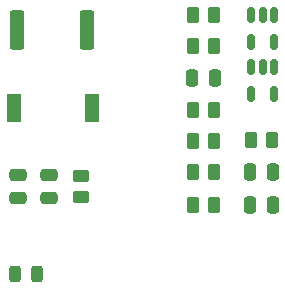
<source format=gtp>
G04 #@! TF.GenerationSoftware,KiCad,Pcbnew,(6.0.0-0)*
G04 #@! TF.CreationDate,2023-05-30T22:12:00-07:00*
G04 #@! TF.ProjectId,breakout,62726561-6b6f-4757-942e-6b696361645f,0.2.0*
G04 #@! TF.SameCoordinates,Original*
G04 #@! TF.FileFunction,Paste,Top*
G04 #@! TF.FilePolarity,Positive*
%FSLAX46Y46*%
G04 Gerber Fmt 4.6, Leading zero omitted, Abs format (unit mm)*
G04 Created by KiCad (PCBNEW (6.0.0-0)) date 2023-05-30 22:12:00*
%MOMM*%
%LPD*%
G01*
G04 APERTURE LIST*
G04 Aperture macros list*
%AMRoundRect*
0 Rectangle with rounded corners*
0 $1 Rounding radius*
0 $2 $3 $4 $5 $6 $7 $8 $9 X,Y pos of 4 corners*
0 Add a 4 corners polygon primitive as box body*
4,1,4,$2,$3,$4,$5,$6,$7,$8,$9,$2,$3,0*
0 Add four circle primitives for the rounded corners*
1,1,$1+$1,$2,$3*
1,1,$1+$1,$4,$5*
1,1,$1+$1,$6,$7*
1,1,$1+$1,$8,$9*
0 Add four rect primitives between the rounded corners*
20,1,$1+$1,$2,$3,$4,$5,0*
20,1,$1+$1,$4,$5,$6,$7,0*
20,1,$1+$1,$6,$7,$8,$9,0*
20,1,$1+$1,$8,$9,$2,$3,0*%
G04 Aperture macros list end*
%ADD10RoundRect,0.250000X0.250000X0.475000X-0.250000X0.475000X-0.250000X-0.475000X0.250000X-0.475000X0*%
%ADD11RoundRect,0.243750X-0.243750X-0.456250X0.243750X-0.456250X0.243750X0.456250X-0.243750X0.456250X0*%
%ADD12RoundRect,0.250000X0.262500X0.450000X-0.262500X0.450000X-0.262500X-0.450000X0.262500X-0.450000X0*%
%ADD13RoundRect,0.150000X-0.150000X0.512500X-0.150000X-0.512500X0.150000X-0.512500X0.150000X0.512500X0*%
%ADD14RoundRect,0.250000X-0.450000X0.262500X-0.450000X-0.262500X0.450000X-0.262500X0.450000X0.262500X0*%
%ADD15RoundRect,0.250000X-0.475000X0.250000X-0.475000X-0.250000X0.475000X-0.250000X0.475000X0.250000X0*%
%ADD16RoundRect,0.250000X-0.262500X-0.450000X0.262500X-0.450000X0.262500X0.450000X-0.262500X0.450000X0*%
%ADD17R,1.200000X2.400000*%
%ADD18RoundRect,0.250000X-0.250000X-0.475000X0.250000X-0.475000X0.250000X0.475000X-0.250000X0.475000X0*%
%ADD19RoundRect,0.250000X0.362500X1.425000X-0.362500X1.425000X-0.362500X-1.425000X0.362500X-1.425000X0*%
G04 APERTURE END LIST*
D10*
X171850000Y-113000000D03*
X169950000Y-113000000D03*
D11*
X150062500Y-118800000D03*
X151937500Y-118800000D03*
D12*
X166897500Y-99528333D03*
X165072500Y-99528333D03*
D13*
X171950000Y-96862500D03*
X171000000Y-96862500D03*
X170050000Y-96862500D03*
X170050000Y-99137500D03*
X171950000Y-99137500D03*
D14*
X155600000Y-110487500D03*
X155600000Y-112312500D03*
D13*
X171950000Y-101262500D03*
X171000000Y-101262500D03*
X170050000Y-101262500D03*
X170050000Y-103537500D03*
X171950000Y-103537500D03*
D15*
X150300000Y-110450000D03*
X150300000Y-112350000D03*
D16*
X169987500Y-107500000D03*
X171812500Y-107500000D03*
D17*
X156545400Y-104791200D03*
X149945400Y-104791200D03*
D15*
X152900000Y-112350000D03*
X152900000Y-110450000D03*
D10*
X166935000Y-102209999D03*
X165035000Y-102209999D03*
D16*
X165072500Y-107543331D03*
X166897500Y-107543331D03*
X165072500Y-96876667D03*
X166897500Y-96876667D03*
D18*
X169950000Y-110200000D03*
X171850000Y-110200000D03*
D12*
X166912500Y-113000000D03*
X165087500Y-113000000D03*
D19*
X156107900Y-98191200D03*
X150182900Y-98191200D03*
D12*
X166897500Y-104891665D03*
X165072500Y-104891665D03*
D16*
X165072500Y-110194997D03*
X166897500Y-110194997D03*
M02*

</source>
